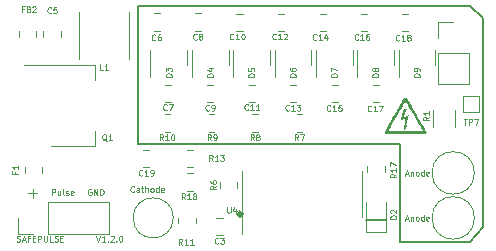
<source format=gto>
G04 #@! TF.GenerationSoftware,KiCad,Pcbnew,5.99.0-unknown-f7cc6d1e1e~106~ubuntu20.04.1*
G04 #@! TF.CreationDate,2021-04-14T19:56:09+09:00*
G04 #@! TF.ProjectId,OpenHVPS-5,4f70656e-4856-4505-932d-352e6b696361,V1.2.0*
G04 #@! TF.SameCoordinates,Original*
G04 #@! TF.FileFunction,Legend,Top*
G04 #@! TF.FilePolarity,Positive*
%FSLAX46Y46*%
G04 Gerber Fmt 4.6, Leading zero omitted, Abs format (unit mm)*
G04 Created by KiCad (PCBNEW 5.99.0-unknown-f7cc6d1e1e~106~ubuntu20.04.1) date 2021-04-14 19:56:09*
%MOMM*%
%LPD*%
G01*
G04 APERTURE LIST*
%ADD10C,0.325000*%
%ADD11C,0.150000*%
%ADD12C,0.075000*%
%ADD13C,0.100000*%
%ADD14C,0.120000*%
G04 APERTURE END LIST*
D10*
X146182500Y-75245000D02*
G75*
G03*
X146182500Y-75245000I-162500J0D01*
G01*
D11*
X137414000Y-69270000D02*
X159560000Y-69270000D01*
X158370000Y-75770000D02*
X156670000Y-75770000D01*
X159560000Y-69270000D02*
X159560000Y-77570000D01*
X159560000Y-77570000D02*
X165471000Y-77580787D01*
X137414000Y-69270000D02*
X137414000Y-57658000D01*
X166597000Y-76300000D02*
X165471000Y-77580787D01*
X166604000Y-58658000D02*
X166597000Y-76300000D01*
X165520000Y-57658000D02*
X137414000Y-57658000D01*
X165520000Y-57658000D02*
X166604000Y-58658000D01*
D12*
X127095809Y-77545380D02*
X127167238Y-77569190D01*
X127286285Y-77569190D01*
X127333904Y-77545380D01*
X127357714Y-77521571D01*
X127381523Y-77473952D01*
X127381523Y-77426333D01*
X127357714Y-77378714D01*
X127333904Y-77354904D01*
X127286285Y-77331095D01*
X127191047Y-77307285D01*
X127143428Y-77283476D01*
X127119619Y-77259666D01*
X127095809Y-77212047D01*
X127095809Y-77164428D01*
X127119619Y-77116809D01*
X127143428Y-77093000D01*
X127191047Y-77069190D01*
X127310095Y-77069190D01*
X127381523Y-77093000D01*
X127572000Y-77426333D02*
X127810095Y-77426333D01*
X127524380Y-77569190D02*
X127691047Y-77069190D01*
X127857714Y-77569190D01*
X128191047Y-77307285D02*
X128024380Y-77307285D01*
X128024380Y-77569190D02*
X128024380Y-77069190D01*
X128262476Y-77069190D01*
X128452952Y-77307285D02*
X128619619Y-77307285D01*
X128691047Y-77569190D02*
X128452952Y-77569190D01*
X128452952Y-77069190D01*
X128691047Y-77069190D01*
X128905333Y-77569190D02*
X128905333Y-77069190D01*
X129095809Y-77069190D01*
X129143428Y-77093000D01*
X129167238Y-77116809D01*
X129191047Y-77164428D01*
X129191047Y-77235857D01*
X129167238Y-77283476D01*
X129143428Y-77307285D01*
X129095809Y-77331095D01*
X128905333Y-77331095D01*
X129405333Y-77069190D02*
X129405333Y-77473952D01*
X129429142Y-77521571D01*
X129452952Y-77545380D01*
X129500571Y-77569190D01*
X129595809Y-77569190D01*
X129643428Y-77545380D01*
X129667238Y-77521571D01*
X129691047Y-77473952D01*
X129691047Y-77069190D01*
X130167238Y-77569190D02*
X129929142Y-77569190D01*
X129929142Y-77069190D01*
X130310095Y-77545380D02*
X130381523Y-77569190D01*
X130500571Y-77569190D01*
X130548190Y-77545380D01*
X130572000Y-77521571D01*
X130595809Y-77473952D01*
X130595809Y-77426333D01*
X130572000Y-77378714D01*
X130548190Y-77354904D01*
X130500571Y-77331095D01*
X130405333Y-77307285D01*
X130357714Y-77283476D01*
X130333904Y-77259666D01*
X130310095Y-77212047D01*
X130310095Y-77164428D01*
X130333904Y-77116809D01*
X130357714Y-77093000D01*
X130405333Y-77069190D01*
X130524380Y-77069190D01*
X130595809Y-77093000D01*
X130810095Y-77307285D02*
X130976761Y-77307285D01*
X131048190Y-77569190D02*
X130810095Y-77569190D01*
X130810095Y-77069190D01*
X131048190Y-77069190D01*
X133857714Y-77069190D02*
X134024380Y-77569190D01*
X134191047Y-77069190D01*
X134619619Y-77569190D02*
X134333904Y-77569190D01*
X134476761Y-77569190D02*
X134476761Y-77069190D01*
X134429142Y-77140619D01*
X134381523Y-77188238D01*
X134333904Y-77212047D01*
X134833904Y-77521571D02*
X134857714Y-77545380D01*
X134833904Y-77569190D01*
X134810095Y-77545380D01*
X134833904Y-77521571D01*
X134833904Y-77569190D01*
X135048190Y-77116809D02*
X135072000Y-77093000D01*
X135119619Y-77069190D01*
X135238666Y-77069190D01*
X135286285Y-77093000D01*
X135310095Y-77116809D01*
X135333904Y-77164428D01*
X135333904Y-77212047D01*
X135310095Y-77283476D01*
X135024380Y-77569190D01*
X135333904Y-77569190D01*
X135548190Y-77521571D02*
X135572000Y-77545380D01*
X135548190Y-77569190D01*
X135524380Y-77545380D01*
X135548190Y-77521571D01*
X135548190Y-77569190D01*
X135881523Y-77069190D02*
X135929142Y-77069190D01*
X135976761Y-77093000D01*
X136000571Y-77116809D01*
X136024380Y-77164428D01*
X136048190Y-77259666D01*
X136048190Y-77378714D01*
X136024380Y-77473952D01*
X136000571Y-77521571D01*
X135976761Y-77545380D01*
X135929142Y-77569190D01*
X135881523Y-77569190D01*
X135833904Y-77545380D01*
X135810095Y-77521571D01*
X135786285Y-77473952D01*
X135762476Y-77378714D01*
X135762476Y-77259666D01*
X135786285Y-77164428D01*
X135810095Y-77116809D01*
X135833904Y-77093000D01*
X135881523Y-77069190D01*
D13*
X128079047Y-73471428D02*
X128840952Y-73471428D01*
X128460000Y-73852380D02*
X128460000Y-73090476D01*
X130095238Y-73626190D02*
X130095238Y-73126190D01*
X130285714Y-73126190D01*
X130333333Y-73150000D01*
X130357142Y-73173809D01*
X130380952Y-73221428D01*
X130380952Y-73292857D01*
X130357142Y-73340476D01*
X130333333Y-73364285D01*
X130285714Y-73388095D01*
X130095238Y-73388095D01*
X130809523Y-73292857D02*
X130809523Y-73626190D01*
X130595238Y-73292857D02*
X130595238Y-73554761D01*
X130619047Y-73602380D01*
X130666666Y-73626190D01*
X130738095Y-73626190D01*
X130785714Y-73602380D01*
X130809523Y-73578571D01*
X131119047Y-73626190D02*
X131071428Y-73602380D01*
X131047619Y-73554761D01*
X131047619Y-73126190D01*
X131285714Y-73602380D02*
X131333333Y-73626190D01*
X131428571Y-73626190D01*
X131476190Y-73602380D01*
X131500000Y-73554761D01*
X131500000Y-73530952D01*
X131476190Y-73483333D01*
X131428571Y-73459523D01*
X131357142Y-73459523D01*
X131309523Y-73435714D01*
X131285714Y-73388095D01*
X131285714Y-73364285D01*
X131309523Y-73316666D01*
X131357142Y-73292857D01*
X131428571Y-73292857D01*
X131476190Y-73316666D01*
X131904761Y-73602380D02*
X131857142Y-73626190D01*
X131761904Y-73626190D01*
X131714285Y-73602380D01*
X131690476Y-73554761D01*
X131690476Y-73364285D01*
X131714285Y-73316666D01*
X131761904Y-73292857D01*
X131857142Y-73292857D01*
X131904761Y-73316666D01*
X131928571Y-73364285D01*
X131928571Y-73411904D01*
X131690476Y-73459523D01*
X133413047Y-73150000D02*
X133365428Y-73126190D01*
X133294000Y-73126190D01*
X133222571Y-73150000D01*
X133174952Y-73197619D01*
X133151142Y-73245238D01*
X133127333Y-73340476D01*
X133127333Y-73411904D01*
X133151142Y-73507142D01*
X133174952Y-73554761D01*
X133222571Y-73602380D01*
X133294000Y-73626190D01*
X133341619Y-73626190D01*
X133413047Y-73602380D01*
X133436857Y-73578571D01*
X133436857Y-73411904D01*
X133341619Y-73411904D01*
X133651142Y-73626190D02*
X133651142Y-73126190D01*
X133936857Y-73626190D01*
X133936857Y-73126190D01*
X134174952Y-73626190D02*
X134174952Y-73126190D01*
X134294000Y-73126190D01*
X134365428Y-73150000D01*
X134413047Y-73197619D01*
X134436857Y-73245238D01*
X134460666Y-73340476D01*
X134460666Y-73411904D01*
X134436857Y-73507142D01*
X134413047Y-73554761D01*
X134365428Y-73602380D01*
X134294000Y-73626190D01*
X134174952Y-73626190D01*
D12*
X146698571Y-66378571D02*
X146674761Y-66402380D01*
X146603333Y-66426190D01*
X146555714Y-66426190D01*
X146484285Y-66402380D01*
X146436666Y-66354761D01*
X146412857Y-66307142D01*
X146389047Y-66211904D01*
X146389047Y-66140476D01*
X146412857Y-66045238D01*
X146436666Y-65997619D01*
X146484285Y-65950000D01*
X146555714Y-65926190D01*
X146603333Y-65926190D01*
X146674761Y-65950000D01*
X146698571Y-65973809D01*
X147174761Y-66426190D02*
X146889047Y-66426190D01*
X147031904Y-66426190D02*
X147031904Y-65926190D01*
X146984285Y-65997619D01*
X146936666Y-66045238D01*
X146889047Y-66069047D01*
X147650952Y-66426190D02*
X147365238Y-66426190D01*
X147508095Y-66426190D02*
X147508095Y-65926190D01*
X147460476Y-65997619D01*
X147412857Y-66045238D01*
X147365238Y-66069047D01*
X126964285Y-71667666D02*
X126964285Y-71834333D01*
X127226190Y-71834333D02*
X126726190Y-71834333D01*
X126726190Y-71596238D01*
X127226190Y-71143857D02*
X127226190Y-71429571D01*
X127226190Y-71286714D02*
X126726190Y-71286714D01*
X126797619Y-71334333D01*
X126845238Y-71381952D01*
X126869047Y-71429571D01*
X143396666Y-66438571D02*
X143372857Y-66462380D01*
X143301428Y-66486190D01*
X143253809Y-66486190D01*
X143182380Y-66462380D01*
X143134761Y-66414761D01*
X143110952Y-66367142D01*
X143087142Y-66271904D01*
X143087142Y-66200476D01*
X143110952Y-66105238D01*
X143134761Y-66057619D01*
X143182380Y-66010000D01*
X143253809Y-65986190D01*
X143301428Y-65986190D01*
X143372857Y-66010000D01*
X143396666Y-66033809D01*
X143634761Y-66486190D02*
X143730000Y-66486190D01*
X143777619Y-66462380D01*
X143801428Y-66438571D01*
X143849047Y-66367142D01*
X143872857Y-66271904D01*
X143872857Y-66081428D01*
X143849047Y-66033809D01*
X143825238Y-66010000D01*
X143777619Y-65986190D01*
X143682380Y-65986190D01*
X143634761Y-66010000D01*
X143610952Y-66033809D01*
X143587142Y-66081428D01*
X143587142Y-66200476D01*
X143610952Y-66248095D01*
X143634761Y-66271904D01*
X143682380Y-66295714D01*
X143777619Y-66295714D01*
X143825238Y-66271904D01*
X143849047Y-66248095D01*
X143872857Y-66200476D01*
X160000095Y-71838333D02*
X160238190Y-71838333D01*
X159952476Y-71981190D02*
X160119142Y-71481190D01*
X160285809Y-71981190D01*
X160452476Y-71647857D02*
X160452476Y-71981190D01*
X160452476Y-71695476D02*
X160476285Y-71671666D01*
X160523904Y-71647857D01*
X160595333Y-71647857D01*
X160642952Y-71671666D01*
X160666761Y-71719285D01*
X160666761Y-71981190D01*
X160976285Y-71981190D02*
X160928666Y-71957380D01*
X160904857Y-71933571D01*
X160881047Y-71885952D01*
X160881047Y-71743095D01*
X160904857Y-71695476D01*
X160928666Y-71671666D01*
X160976285Y-71647857D01*
X161047714Y-71647857D01*
X161095333Y-71671666D01*
X161119142Y-71695476D01*
X161142952Y-71743095D01*
X161142952Y-71885952D01*
X161119142Y-71933571D01*
X161095333Y-71957380D01*
X161047714Y-71981190D01*
X160976285Y-71981190D01*
X161571523Y-71981190D02*
X161571523Y-71481190D01*
X161571523Y-71957380D02*
X161523904Y-71981190D01*
X161428666Y-71981190D01*
X161381047Y-71957380D01*
X161357238Y-71933571D01*
X161333428Y-71885952D01*
X161333428Y-71743095D01*
X161357238Y-71695476D01*
X161381047Y-71671666D01*
X161428666Y-71647857D01*
X161523904Y-71647857D01*
X161571523Y-71671666D01*
X162000095Y-71957380D02*
X161952476Y-71981190D01*
X161857238Y-71981190D01*
X161809619Y-71957380D01*
X161785809Y-71909761D01*
X161785809Y-71719285D01*
X161809619Y-71671666D01*
X161857238Y-71647857D01*
X161952476Y-71647857D01*
X162000095Y-71671666D01*
X162023904Y-71719285D01*
X162023904Y-71766904D01*
X161785809Y-71814523D01*
X160000095Y-75648333D02*
X160238190Y-75648333D01*
X159952476Y-75791190D02*
X160119142Y-75291190D01*
X160285809Y-75791190D01*
X160452476Y-75457857D02*
X160452476Y-75791190D01*
X160452476Y-75505476D02*
X160476285Y-75481666D01*
X160523904Y-75457857D01*
X160595333Y-75457857D01*
X160642952Y-75481666D01*
X160666761Y-75529285D01*
X160666761Y-75791190D01*
X160976285Y-75791190D02*
X160928666Y-75767380D01*
X160904857Y-75743571D01*
X160881047Y-75695952D01*
X160881047Y-75553095D01*
X160904857Y-75505476D01*
X160928666Y-75481666D01*
X160976285Y-75457857D01*
X161047714Y-75457857D01*
X161095333Y-75481666D01*
X161119142Y-75505476D01*
X161142952Y-75553095D01*
X161142952Y-75695952D01*
X161119142Y-75743571D01*
X161095333Y-75767380D01*
X161047714Y-75791190D01*
X160976285Y-75791190D01*
X161571523Y-75791190D02*
X161571523Y-75291190D01*
X161571523Y-75767380D02*
X161523904Y-75791190D01*
X161428666Y-75791190D01*
X161381047Y-75767380D01*
X161357238Y-75743571D01*
X161333428Y-75695952D01*
X161333428Y-75553095D01*
X161357238Y-75505476D01*
X161381047Y-75481666D01*
X161428666Y-75457857D01*
X161523904Y-75457857D01*
X161571523Y-75481666D01*
X162000095Y-75767380D02*
X161952476Y-75791190D01*
X161857238Y-75791190D01*
X161809619Y-75767380D01*
X161785809Y-75719761D01*
X161785809Y-75529285D01*
X161809619Y-75481666D01*
X161857238Y-75457857D01*
X161952476Y-75457857D01*
X162000095Y-75481666D01*
X162023904Y-75529285D01*
X162023904Y-75576904D01*
X161785809Y-75624523D01*
X157726190Y-63619047D02*
X157226190Y-63619047D01*
X157226190Y-63500000D01*
X157250000Y-63428571D01*
X157297619Y-63380952D01*
X157345238Y-63357142D01*
X157440476Y-63333333D01*
X157511904Y-63333333D01*
X157607142Y-63357142D01*
X157654761Y-63380952D01*
X157702380Y-63428571D01*
X157726190Y-63500000D01*
X157726190Y-63619047D01*
X157440476Y-63047619D02*
X157416666Y-63095238D01*
X157392857Y-63119047D01*
X157345238Y-63142857D01*
X157321428Y-63142857D01*
X157273809Y-63119047D01*
X157250000Y-63095238D01*
X157226190Y-63047619D01*
X157226190Y-62952380D01*
X157250000Y-62904761D01*
X157273809Y-62880952D01*
X157321428Y-62857142D01*
X157345238Y-62857142D01*
X157392857Y-62880952D01*
X157416666Y-62904761D01*
X157440476Y-62952380D01*
X157440476Y-63047619D01*
X157464285Y-63095238D01*
X157488095Y-63119047D01*
X157535714Y-63142857D01*
X157630952Y-63142857D01*
X157678571Y-63119047D01*
X157702380Y-63095238D01*
X157726190Y-63047619D01*
X157726190Y-62952380D01*
X157702380Y-62904761D01*
X157678571Y-62880952D01*
X157630952Y-62857142D01*
X157535714Y-62857142D01*
X157488095Y-62880952D01*
X157464285Y-62904761D01*
X157440476Y-62952380D01*
X143726190Y-63619047D02*
X143226190Y-63619047D01*
X143226190Y-63500000D01*
X143250000Y-63428571D01*
X143297619Y-63380952D01*
X143345238Y-63357142D01*
X143440476Y-63333333D01*
X143511904Y-63333333D01*
X143607142Y-63357142D01*
X143654761Y-63380952D01*
X143702380Y-63428571D01*
X143726190Y-63500000D01*
X143726190Y-63619047D01*
X143392857Y-62904761D02*
X143726190Y-62904761D01*
X143202380Y-63023809D02*
X143559523Y-63142857D01*
X143559523Y-62833333D01*
X149048571Y-60408571D02*
X149024761Y-60432380D01*
X148953333Y-60456190D01*
X148905714Y-60456190D01*
X148834285Y-60432380D01*
X148786666Y-60384761D01*
X148762857Y-60337142D01*
X148739047Y-60241904D01*
X148739047Y-60170476D01*
X148762857Y-60075238D01*
X148786666Y-60027619D01*
X148834285Y-59980000D01*
X148905714Y-59956190D01*
X148953333Y-59956190D01*
X149024761Y-59980000D01*
X149048571Y-60003809D01*
X149524761Y-60456190D02*
X149239047Y-60456190D01*
X149381904Y-60456190D02*
X149381904Y-59956190D01*
X149334285Y-60027619D01*
X149286666Y-60075238D01*
X149239047Y-60099047D01*
X149715238Y-60003809D02*
X149739047Y-59980000D01*
X149786666Y-59956190D01*
X149905714Y-59956190D01*
X149953333Y-59980000D01*
X149977142Y-60003809D01*
X150000952Y-60051428D01*
X150000952Y-60099047D01*
X149977142Y-60170476D01*
X149691428Y-60456190D01*
X150000952Y-60456190D01*
X150168571Y-66438571D02*
X150144761Y-66462380D01*
X150073333Y-66486190D01*
X150025714Y-66486190D01*
X149954285Y-66462380D01*
X149906666Y-66414761D01*
X149882857Y-66367142D01*
X149859047Y-66271904D01*
X149859047Y-66200476D01*
X149882857Y-66105238D01*
X149906666Y-66057619D01*
X149954285Y-66010000D01*
X150025714Y-65986190D01*
X150073333Y-65986190D01*
X150144761Y-66010000D01*
X150168571Y-66033809D01*
X150644761Y-66486190D02*
X150359047Y-66486190D01*
X150501904Y-66486190D02*
X150501904Y-65986190D01*
X150454285Y-66057619D01*
X150406666Y-66105238D01*
X150359047Y-66129047D01*
X150811428Y-65986190D02*
X151120952Y-65986190D01*
X150954285Y-66176666D01*
X151025714Y-66176666D01*
X151073333Y-66200476D01*
X151097142Y-66224285D01*
X151120952Y-66271904D01*
X151120952Y-66390952D01*
X151097142Y-66438571D01*
X151073333Y-66462380D01*
X151025714Y-66486190D01*
X150882857Y-66486190D01*
X150835238Y-66462380D01*
X150811428Y-66438571D01*
X159246190Y-71841428D02*
X159008095Y-72008095D01*
X159246190Y-72127142D02*
X158746190Y-72127142D01*
X158746190Y-71936666D01*
X158770000Y-71889047D01*
X158793809Y-71865238D01*
X158841428Y-71841428D01*
X158912857Y-71841428D01*
X158960476Y-71865238D01*
X158984285Y-71889047D01*
X159008095Y-71936666D01*
X159008095Y-72127142D01*
X159246190Y-71365238D02*
X159246190Y-71650952D01*
X159246190Y-71508095D02*
X158746190Y-71508095D01*
X158817619Y-71555714D01*
X158865238Y-71603333D01*
X158889047Y-71650952D01*
X158746190Y-71198571D02*
X158746190Y-70865238D01*
X159246190Y-71079523D01*
X145448571Y-60408571D02*
X145424761Y-60432380D01*
X145353333Y-60456190D01*
X145305714Y-60456190D01*
X145234285Y-60432380D01*
X145186666Y-60384761D01*
X145162857Y-60337142D01*
X145139047Y-60241904D01*
X145139047Y-60170476D01*
X145162857Y-60075238D01*
X145186666Y-60027619D01*
X145234285Y-59980000D01*
X145305714Y-59956190D01*
X145353333Y-59956190D01*
X145424761Y-59980000D01*
X145448571Y-60003809D01*
X145924761Y-60456190D02*
X145639047Y-60456190D01*
X145781904Y-60456190D02*
X145781904Y-59956190D01*
X145734285Y-60027619D01*
X145686666Y-60075238D01*
X145639047Y-60099047D01*
X146234285Y-59956190D02*
X146281904Y-59956190D01*
X146329523Y-59980000D01*
X146353333Y-60003809D01*
X146377142Y-60051428D01*
X146400952Y-60146666D01*
X146400952Y-60265714D01*
X146377142Y-60360952D01*
X146353333Y-60408571D01*
X146329523Y-60432380D01*
X146281904Y-60456190D01*
X146234285Y-60456190D01*
X146186666Y-60432380D01*
X146162857Y-60408571D01*
X146139047Y-60360952D01*
X146115238Y-60265714D01*
X146115238Y-60146666D01*
X146139047Y-60051428D01*
X146162857Y-60003809D01*
X146186666Y-59980000D01*
X146234285Y-59956190D01*
X140226190Y-63619047D02*
X139726190Y-63619047D01*
X139726190Y-63500000D01*
X139750000Y-63428571D01*
X139797619Y-63380952D01*
X139845238Y-63357142D01*
X139940476Y-63333333D01*
X140011904Y-63333333D01*
X140107142Y-63357142D01*
X140154761Y-63380952D01*
X140202380Y-63428571D01*
X140226190Y-63500000D01*
X140226190Y-63619047D01*
X139726190Y-63166666D02*
X139726190Y-62857142D01*
X139916666Y-63023809D01*
X139916666Y-62952380D01*
X139940476Y-62904761D01*
X139964285Y-62880952D01*
X140011904Y-62857142D01*
X140130952Y-62857142D01*
X140178571Y-62880952D01*
X140202380Y-62904761D01*
X140226190Y-62952380D01*
X140226190Y-63095238D01*
X140202380Y-63142857D01*
X140178571Y-63166666D01*
X147186666Y-68996190D02*
X147020000Y-68758095D01*
X146900952Y-68996190D02*
X146900952Y-68496190D01*
X147091428Y-68496190D01*
X147139047Y-68520000D01*
X147162857Y-68543809D01*
X147186666Y-68591428D01*
X147186666Y-68662857D01*
X147162857Y-68710476D01*
X147139047Y-68734285D01*
X147091428Y-68758095D01*
X146900952Y-68758095D01*
X147472380Y-68710476D02*
X147424761Y-68686666D01*
X147400952Y-68662857D01*
X147377142Y-68615238D01*
X147377142Y-68591428D01*
X147400952Y-68543809D01*
X147424761Y-68520000D01*
X147472380Y-68496190D01*
X147567619Y-68496190D01*
X147615238Y-68520000D01*
X147639047Y-68543809D01*
X147662857Y-68591428D01*
X147662857Y-68615238D01*
X147639047Y-68662857D01*
X147615238Y-68686666D01*
X147567619Y-68710476D01*
X147472380Y-68710476D01*
X147424761Y-68734285D01*
X147400952Y-68758095D01*
X147377142Y-68805714D01*
X147377142Y-68900952D01*
X147400952Y-68948571D01*
X147424761Y-68972380D01*
X147472380Y-68996190D01*
X147567619Y-68996190D01*
X147615238Y-68972380D01*
X147639047Y-68948571D01*
X147662857Y-68900952D01*
X147662857Y-68805714D01*
X147639047Y-68758095D01*
X147615238Y-68734285D01*
X147567619Y-68710476D01*
X127693333Y-57904285D02*
X127526666Y-57904285D01*
X127526666Y-58166190D02*
X127526666Y-57666190D01*
X127764761Y-57666190D01*
X128121904Y-57904285D02*
X128193333Y-57928095D01*
X128217142Y-57951904D01*
X128240952Y-57999523D01*
X128240952Y-58070952D01*
X128217142Y-58118571D01*
X128193333Y-58142380D01*
X128145714Y-58166190D01*
X127955238Y-58166190D01*
X127955238Y-57666190D01*
X128121904Y-57666190D01*
X128169523Y-57690000D01*
X128193333Y-57713809D01*
X128217142Y-57761428D01*
X128217142Y-57809047D01*
X128193333Y-57856666D01*
X128169523Y-57880476D01*
X128121904Y-57904285D01*
X127955238Y-57904285D01*
X128431428Y-57713809D02*
X128455238Y-57690000D01*
X128502857Y-57666190D01*
X128621904Y-57666190D01*
X128669523Y-57690000D01*
X128693333Y-57713809D01*
X128717142Y-57761428D01*
X128717142Y-57809047D01*
X128693333Y-57880476D01*
X128407619Y-58166190D01*
X128717142Y-58166190D01*
X150936666Y-68996190D02*
X150770000Y-68758095D01*
X150650952Y-68996190D02*
X150650952Y-68496190D01*
X150841428Y-68496190D01*
X150889047Y-68520000D01*
X150912857Y-68543809D01*
X150936666Y-68591428D01*
X150936666Y-68662857D01*
X150912857Y-68710476D01*
X150889047Y-68734285D01*
X150841428Y-68758095D01*
X150650952Y-68758095D01*
X151103333Y-68496190D02*
X151436666Y-68496190D01*
X151222380Y-68996190D01*
X143996190Y-72853333D02*
X143758095Y-73020000D01*
X143996190Y-73139047D02*
X143496190Y-73139047D01*
X143496190Y-72948571D01*
X143520000Y-72900952D01*
X143543809Y-72877142D01*
X143591428Y-72853333D01*
X143662857Y-72853333D01*
X143710476Y-72877142D01*
X143734285Y-72900952D01*
X143758095Y-72948571D01*
X143758095Y-73139047D01*
X143496190Y-72424761D02*
X143496190Y-72520000D01*
X143520000Y-72567619D01*
X143543809Y-72591428D01*
X143615238Y-72639047D01*
X143710476Y-72662857D01*
X143900952Y-72662857D01*
X143948571Y-72639047D01*
X143972380Y-72615238D01*
X143996190Y-72567619D01*
X143996190Y-72472380D01*
X143972380Y-72424761D01*
X143948571Y-72400952D01*
X143900952Y-72377142D01*
X143781904Y-72377142D01*
X143734285Y-72400952D01*
X143710476Y-72424761D01*
X143686666Y-72472380D01*
X143686666Y-72567619D01*
X143710476Y-72615238D01*
X143734285Y-72639047D01*
X143781904Y-72662857D01*
X153658571Y-66458571D02*
X153634761Y-66482380D01*
X153563333Y-66506190D01*
X153515714Y-66506190D01*
X153444285Y-66482380D01*
X153396666Y-66434761D01*
X153372857Y-66387142D01*
X153349047Y-66291904D01*
X153349047Y-66220476D01*
X153372857Y-66125238D01*
X153396666Y-66077619D01*
X153444285Y-66030000D01*
X153515714Y-66006190D01*
X153563333Y-66006190D01*
X153634761Y-66030000D01*
X153658571Y-66053809D01*
X154134761Y-66506190D02*
X153849047Y-66506190D01*
X153991904Y-66506190D02*
X153991904Y-66006190D01*
X153944285Y-66077619D01*
X153896666Y-66125238D01*
X153849047Y-66149047D01*
X154587142Y-66006190D02*
X154349047Y-66006190D01*
X154325238Y-66244285D01*
X154349047Y-66220476D01*
X154396666Y-66196666D01*
X154515714Y-66196666D01*
X154563333Y-66220476D01*
X154587142Y-66244285D01*
X154610952Y-66291904D01*
X154610952Y-66410952D01*
X154587142Y-66458571D01*
X154563333Y-66482380D01*
X154515714Y-66506190D01*
X154396666Y-66506190D01*
X154349047Y-66482380D01*
X154325238Y-66458571D01*
X150726190Y-63619047D02*
X150226190Y-63619047D01*
X150226190Y-63500000D01*
X150250000Y-63428571D01*
X150297619Y-63380952D01*
X150345238Y-63357142D01*
X150440476Y-63333333D01*
X150511904Y-63333333D01*
X150607142Y-63357142D01*
X150654761Y-63380952D01*
X150702380Y-63428571D01*
X150726190Y-63500000D01*
X150726190Y-63619047D01*
X150226190Y-62904761D02*
X150226190Y-63000000D01*
X150250000Y-63047619D01*
X150273809Y-63071428D01*
X150345238Y-63119047D01*
X150440476Y-63142857D01*
X150630952Y-63142857D01*
X150678571Y-63119047D01*
X150702380Y-63095238D01*
X150726190Y-63047619D01*
X150726190Y-62952380D01*
X150702380Y-62904761D01*
X150678571Y-62880952D01*
X150630952Y-62857142D01*
X150511904Y-62857142D01*
X150464285Y-62880952D01*
X150440476Y-62904761D01*
X150416666Y-62952380D01*
X150416666Y-63047619D01*
X150440476Y-63095238D01*
X150464285Y-63119047D01*
X150511904Y-63142857D01*
X137044857Y-73330571D02*
X137021047Y-73354380D01*
X136949619Y-73378190D01*
X136902000Y-73378190D01*
X136830571Y-73354380D01*
X136782952Y-73306761D01*
X136759142Y-73259142D01*
X136735333Y-73163904D01*
X136735333Y-73092476D01*
X136759142Y-72997238D01*
X136782952Y-72949619D01*
X136830571Y-72902000D01*
X136902000Y-72878190D01*
X136949619Y-72878190D01*
X137021047Y-72902000D01*
X137044857Y-72925809D01*
X137473428Y-73378190D02*
X137473428Y-73116285D01*
X137449619Y-73068666D01*
X137402000Y-73044857D01*
X137306761Y-73044857D01*
X137259142Y-73068666D01*
X137473428Y-73354380D02*
X137425809Y-73378190D01*
X137306761Y-73378190D01*
X137259142Y-73354380D01*
X137235333Y-73306761D01*
X137235333Y-73259142D01*
X137259142Y-73211523D01*
X137306761Y-73187714D01*
X137425809Y-73187714D01*
X137473428Y-73163904D01*
X137640095Y-73044857D02*
X137830571Y-73044857D01*
X137711523Y-72878190D02*
X137711523Y-73306761D01*
X137735333Y-73354380D01*
X137782952Y-73378190D01*
X137830571Y-73378190D01*
X137997238Y-73378190D02*
X137997238Y-72878190D01*
X138211523Y-73378190D02*
X138211523Y-73116285D01*
X138187714Y-73068666D01*
X138140095Y-73044857D01*
X138068666Y-73044857D01*
X138021047Y-73068666D01*
X137997238Y-73092476D01*
X138521047Y-73378190D02*
X138473428Y-73354380D01*
X138449619Y-73330571D01*
X138425809Y-73282952D01*
X138425809Y-73140095D01*
X138449619Y-73092476D01*
X138473428Y-73068666D01*
X138521047Y-73044857D01*
X138592476Y-73044857D01*
X138640095Y-73068666D01*
X138663904Y-73092476D01*
X138687714Y-73140095D01*
X138687714Y-73282952D01*
X138663904Y-73330571D01*
X138640095Y-73354380D01*
X138592476Y-73378190D01*
X138521047Y-73378190D01*
X139116285Y-73378190D02*
X139116285Y-72878190D01*
X139116285Y-73354380D02*
X139068666Y-73378190D01*
X138973428Y-73378190D01*
X138925809Y-73354380D01*
X138902000Y-73330571D01*
X138878190Y-73282952D01*
X138878190Y-73140095D01*
X138902000Y-73092476D01*
X138925809Y-73068666D01*
X138973428Y-73044857D01*
X139068666Y-73044857D01*
X139116285Y-73068666D01*
X139544857Y-73354380D02*
X139497238Y-73378190D01*
X139402000Y-73378190D01*
X139354380Y-73354380D01*
X139330571Y-73306761D01*
X139330571Y-73116285D01*
X139354380Y-73068666D01*
X139402000Y-73044857D01*
X139497238Y-73044857D01*
X139544857Y-73068666D01*
X139568666Y-73116285D01*
X139568666Y-73163904D01*
X139330571Y-73211523D01*
X154226190Y-63619047D02*
X153726190Y-63619047D01*
X153726190Y-63500000D01*
X153750000Y-63428571D01*
X153797619Y-63380952D01*
X153845238Y-63357142D01*
X153940476Y-63333333D01*
X154011904Y-63333333D01*
X154107142Y-63357142D01*
X154154761Y-63380952D01*
X154202380Y-63428571D01*
X154226190Y-63500000D01*
X154226190Y-63619047D01*
X153726190Y-63166666D02*
X153726190Y-62833333D01*
X154226190Y-63047619D01*
X138846666Y-60488571D02*
X138822857Y-60512380D01*
X138751428Y-60536190D01*
X138703809Y-60536190D01*
X138632380Y-60512380D01*
X138584761Y-60464761D01*
X138560952Y-60417142D01*
X138537142Y-60321904D01*
X138537142Y-60250476D01*
X138560952Y-60155238D01*
X138584761Y-60107619D01*
X138632380Y-60060000D01*
X138703809Y-60036190D01*
X138751428Y-60036190D01*
X138822857Y-60060000D01*
X138846666Y-60083809D01*
X139275238Y-60036190D02*
X139180000Y-60036190D01*
X139132380Y-60060000D01*
X139108571Y-60083809D01*
X139060952Y-60155238D01*
X139037142Y-60250476D01*
X139037142Y-60440952D01*
X139060952Y-60488571D01*
X139084761Y-60512380D01*
X139132380Y-60536190D01*
X139227619Y-60536190D01*
X139275238Y-60512380D01*
X139299047Y-60488571D01*
X139322857Y-60440952D01*
X139322857Y-60321904D01*
X139299047Y-60274285D01*
X139275238Y-60250476D01*
X139227619Y-60226666D01*
X139132380Y-60226666D01*
X139084761Y-60250476D01*
X139060952Y-60274285D01*
X139037142Y-60321904D01*
X130016666Y-58178571D02*
X129992857Y-58202380D01*
X129921428Y-58226190D01*
X129873809Y-58226190D01*
X129802380Y-58202380D01*
X129754761Y-58154761D01*
X129730952Y-58107142D01*
X129707142Y-58011904D01*
X129707142Y-57940476D01*
X129730952Y-57845238D01*
X129754761Y-57797619D01*
X129802380Y-57750000D01*
X129873809Y-57726190D01*
X129921428Y-57726190D01*
X129992857Y-57750000D01*
X130016666Y-57773809D01*
X130469047Y-57726190D02*
X130230952Y-57726190D01*
X130207142Y-57964285D01*
X130230952Y-57940476D01*
X130278571Y-57916666D01*
X130397619Y-57916666D01*
X130445238Y-57940476D01*
X130469047Y-57964285D01*
X130492857Y-58011904D01*
X130492857Y-58130952D01*
X130469047Y-58178571D01*
X130445238Y-58202380D01*
X130397619Y-58226190D01*
X130278571Y-58226190D01*
X130230952Y-58202380D01*
X130207142Y-58178571D01*
X162024190Y-67012333D02*
X161786095Y-67179000D01*
X162024190Y-67298047D02*
X161524190Y-67298047D01*
X161524190Y-67107571D01*
X161548000Y-67059952D01*
X161571809Y-67036142D01*
X161619428Y-67012333D01*
X161690857Y-67012333D01*
X161738476Y-67036142D01*
X161762285Y-67059952D01*
X161786095Y-67107571D01*
X161786095Y-67298047D01*
X162024190Y-66536142D02*
X162024190Y-66821857D01*
X162024190Y-66679000D02*
X161524190Y-66679000D01*
X161595619Y-66726619D01*
X161643238Y-66774238D01*
X161667047Y-66821857D01*
X157138571Y-66508571D02*
X157114761Y-66532380D01*
X157043333Y-66556190D01*
X156995714Y-66556190D01*
X156924285Y-66532380D01*
X156876666Y-66484761D01*
X156852857Y-66437142D01*
X156829047Y-66341904D01*
X156829047Y-66270476D01*
X156852857Y-66175238D01*
X156876666Y-66127619D01*
X156924285Y-66080000D01*
X156995714Y-66056190D01*
X157043333Y-66056190D01*
X157114761Y-66080000D01*
X157138571Y-66103809D01*
X157614761Y-66556190D02*
X157329047Y-66556190D01*
X157471904Y-66556190D02*
X157471904Y-66056190D01*
X157424285Y-66127619D01*
X157376666Y-66175238D01*
X157329047Y-66199047D01*
X157781428Y-66056190D02*
X158114761Y-66056190D01*
X157900476Y-66556190D01*
X141360571Y-73996190D02*
X141193904Y-73758095D01*
X141074857Y-73996190D02*
X141074857Y-73496190D01*
X141265333Y-73496190D01*
X141312952Y-73520000D01*
X141336761Y-73543809D01*
X141360571Y-73591428D01*
X141360571Y-73662857D01*
X141336761Y-73710476D01*
X141312952Y-73734285D01*
X141265333Y-73758095D01*
X141074857Y-73758095D01*
X141836761Y-73996190D02*
X141551047Y-73996190D01*
X141693904Y-73996190D02*
X141693904Y-73496190D01*
X141646285Y-73567619D01*
X141598666Y-73615238D01*
X141551047Y-73639047D01*
X142122476Y-73710476D02*
X142074857Y-73686666D01*
X142051047Y-73662857D01*
X142027238Y-73615238D01*
X142027238Y-73591428D01*
X142051047Y-73543809D01*
X142074857Y-73520000D01*
X142122476Y-73496190D01*
X142217714Y-73496190D01*
X142265333Y-73520000D01*
X142289142Y-73543809D01*
X142312952Y-73591428D01*
X142312952Y-73615238D01*
X142289142Y-73662857D01*
X142265333Y-73686666D01*
X142217714Y-73710476D01*
X142122476Y-73710476D01*
X142074857Y-73734285D01*
X142051047Y-73758095D01*
X142027238Y-73805714D01*
X142027238Y-73900952D01*
X142051047Y-73948571D01*
X142074857Y-73972380D01*
X142122476Y-73996190D01*
X142217714Y-73996190D01*
X142265333Y-73972380D01*
X142289142Y-73948571D01*
X142312952Y-73900952D01*
X142312952Y-73805714D01*
X142289142Y-73758095D01*
X142265333Y-73734285D01*
X142217714Y-73710476D01*
X139806666Y-66388571D02*
X139782857Y-66412380D01*
X139711428Y-66436190D01*
X139663809Y-66436190D01*
X139592380Y-66412380D01*
X139544761Y-66364761D01*
X139520952Y-66317142D01*
X139497142Y-66221904D01*
X139497142Y-66150476D01*
X139520952Y-66055238D01*
X139544761Y-66007619D01*
X139592380Y-65960000D01*
X139663809Y-65936190D01*
X139711428Y-65936190D01*
X139782857Y-65960000D01*
X139806666Y-65983809D01*
X139973333Y-65936190D02*
X140306666Y-65936190D01*
X140092380Y-66436190D01*
X152488571Y-60448571D02*
X152464761Y-60472380D01*
X152393333Y-60496190D01*
X152345714Y-60496190D01*
X152274285Y-60472380D01*
X152226666Y-60424761D01*
X152202857Y-60377142D01*
X152179047Y-60281904D01*
X152179047Y-60210476D01*
X152202857Y-60115238D01*
X152226666Y-60067619D01*
X152274285Y-60020000D01*
X152345714Y-59996190D01*
X152393333Y-59996190D01*
X152464761Y-60020000D01*
X152488571Y-60043809D01*
X152964761Y-60496190D02*
X152679047Y-60496190D01*
X152821904Y-60496190D02*
X152821904Y-59996190D01*
X152774285Y-60067619D01*
X152726666Y-60115238D01*
X152679047Y-60139047D01*
X153393333Y-60162857D02*
X153393333Y-60496190D01*
X153274285Y-59972380D02*
X153155238Y-60329523D01*
X153464761Y-60329523D01*
X134416666Y-63076190D02*
X134178571Y-63076190D01*
X134178571Y-62576190D01*
X134845238Y-63076190D02*
X134559523Y-63076190D01*
X134702380Y-63076190D02*
X134702380Y-62576190D01*
X134654761Y-62647619D01*
X134607142Y-62695238D01*
X134559523Y-62719047D01*
X141132571Y-77823190D02*
X140965904Y-77585095D01*
X140846857Y-77823190D02*
X140846857Y-77323190D01*
X141037333Y-77323190D01*
X141084952Y-77347000D01*
X141108761Y-77370809D01*
X141132571Y-77418428D01*
X141132571Y-77489857D01*
X141108761Y-77537476D01*
X141084952Y-77561285D01*
X141037333Y-77585095D01*
X140846857Y-77585095D01*
X141608761Y-77823190D02*
X141323047Y-77823190D01*
X141465904Y-77823190D02*
X141465904Y-77323190D01*
X141418285Y-77394619D01*
X141370666Y-77442238D01*
X141323047Y-77466047D01*
X142084952Y-77823190D02*
X141799238Y-77823190D01*
X141942095Y-77823190D02*
X141942095Y-77323190D01*
X141894476Y-77394619D01*
X141846857Y-77442238D01*
X141799238Y-77466047D01*
X139505571Y-68996190D02*
X139338904Y-68758095D01*
X139219857Y-68996190D02*
X139219857Y-68496190D01*
X139410333Y-68496190D01*
X139457952Y-68520000D01*
X139481761Y-68543809D01*
X139505571Y-68591428D01*
X139505571Y-68662857D01*
X139481761Y-68710476D01*
X139457952Y-68734285D01*
X139410333Y-68758095D01*
X139219857Y-68758095D01*
X139981761Y-68996190D02*
X139696047Y-68996190D01*
X139838904Y-68996190D02*
X139838904Y-68496190D01*
X139791285Y-68567619D01*
X139743666Y-68615238D01*
X139696047Y-68639047D01*
X140291285Y-68496190D02*
X140338904Y-68496190D01*
X140386523Y-68520000D01*
X140410333Y-68543809D01*
X140434142Y-68591428D01*
X140457952Y-68686666D01*
X140457952Y-68805714D01*
X140434142Y-68900952D01*
X140410333Y-68948571D01*
X140386523Y-68972380D01*
X140338904Y-68996190D01*
X140291285Y-68996190D01*
X140243666Y-68972380D01*
X140219857Y-68948571D01*
X140196047Y-68900952D01*
X140172238Y-68805714D01*
X140172238Y-68686666D01*
X140196047Y-68591428D01*
X140219857Y-68543809D01*
X140243666Y-68520000D01*
X140291285Y-68496190D01*
X159498571Y-60518571D02*
X159474761Y-60542380D01*
X159403333Y-60566190D01*
X159355714Y-60566190D01*
X159284285Y-60542380D01*
X159236666Y-60494761D01*
X159212857Y-60447142D01*
X159189047Y-60351904D01*
X159189047Y-60280476D01*
X159212857Y-60185238D01*
X159236666Y-60137619D01*
X159284285Y-60090000D01*
X159355714Y-60066190D01*
X159403333Y-60066190D01*
X159474761Y-60090000D01*
X159498571Y-60113809D01*
X159974761Y-60566190D02*
X159689047Y-60566190D01*
X159831904Y-60566190D02*
X159831904Y-60066190D01*
X159784285Y-60137619D01*
X159736666Y-60185238D01*
X159689047Y-60209047D01*
X160260476Y-60280476D02*
X160212857Y-60256666D01*
X160189047Y-60232857D01*
X160165238Y-60185238D01*
X160165238Y-60161428D01*
X160189047Y-60113809D01*
X160212857Y-60090000D01*
X160260476Y-60066190D01*
X160355714Y-60066190D01*
X160403333Y-60090000D01*
X160427142Y-60113809D01*
X160450952Y-60161428D01*
X160450952Y-60185238D01*
X160427142Y-60232857D01*
X160403333Y-60256666D01*
X160355714Y-60280476D01*
X160260476Y-60280476D01*
X160212857Y-60304285D01*
X160189047Y-60328095D01*
X160165238Y-60375714D01*
X160165238Y-60470952D01*
X160189047Y-60518571D01*
X160212857Y-60542380D01*
X160260476Y-60566190D01*
X160355714Y-60566190D01*
X160403333Y-60542380D01*
X160427142Y-60518571D01*
X160450952Y-60470952D01*
X160450952Y-60375714D01*
X160427142Y-60328095D01*
X160403333Y-60304285D01*
X160355714Y-60280476D01*
X143553666Y-68996190D02*
X143387000Y-68758095D01*
X143267952Y-68996190D02*
X143267952Y-68496190D01*
X143458428Y-68496190D01*
X143506047Y-68520000D01*
X143529857Y-68543809D01*
X143553666Y-68591428D01*
X143553666Y-68662857D01*
X143529857Y-68710476D01*
X143506047Y-68734285D01*
X143458428Y-68758095D01*
X143267952Y-68758095D01*
X143791761Y-68996190D02*
X143887000Y-68996190D01*
X143934619Y-68972380D01*
X143958428Y-68948571D01*
X144006047Y-68877142D01*
X144029857Y-68781904D01*
X144029857Y-68591428D01*
X144006047Y-68543809D01*
X143982238Y-68520000D01*
X143934619Y-68496190D01*
X143839380Y-68496190D01*
X143791761Y-68520000D01*
X143767952Y-68543809D01*
X143744142Y-68591428D01*
X143744142Y-68710476D01*
X143767952Y-68758095D01*
X143791761Y-68781904D01*
X143839380Y-68805714D01*
X143934619Y-68805714D01*
X143982238Y-68781904D01*
X144006047Y-68758095D01*
X144029857Y-68710476D01*
X143698571Y-70746190D02*
X143531904Y-70508095D01*
X143412857Y-70746190D02*
X143412857Y-70246190D01*
X143603333Y-70246190D01*
X143650952Y-70270000D01*
X143674761Y-70293809D01*
X143698571Y-70341428D01*
X143698571Y-70412857D01*
X143674761Y-70460476D01*
X143650952Y-70484285D01*
X143603333Y-70508095D01*
X143412857Y-70508095D01*
X144174761Y-70746190D02*
X143889047Y-70746190D01*
X144031904Y-70746190D02*
X144031904Y-70246190D01*
X143984285Y-70317619D01*
X143936666Y-70365238D01*
X143889047Y-70389047D01*
X144341428Y-70246190D02*
X144650952Y-70246190D01*
X144484285Y-70436666D01*
X144555714Y-70436666D01*
X144603333Y-70460476D01*
X144627142Y-70484285D01*
X144650952Y-70531904D01*
X144650952Y-70650952D01*
X144627142Y-70698571D01*
X144603333Y-70722380D01*
X144555714Y-70746190D01*
X144412857Y-70746190D01*
X144365238Y-70722380D01*
X144341428Y-70698571D01*
X156018571Y-60448571D02*
X155994761Y-60472380D01*
X155923333Y-60496190D01*
X155875714Y-60496190D01*
X155804285Y-60472380D01*
X155756666Y-60424761D01*
X155732857Y-60377142D01*
X155709047Y-60281904D01*
X155709047Y-60210476D01*
X155732857Y-60115238D01*
X155756666Y-60067619D01*
X155804285Y-60020000D01*
X155875714Y-59996190D01*
X155923333Y-59996190D01*
X155994761Y-60020000D01*
X156018571Y-60043809D01*
X156494761Y-60496190D02*
X156209047Y-60496190D01*
X156351904Y-60496190D02*
X156351904Y-59996190D01*
X156304285Y-60067619D01*
X156256666Y-60115238D01*
X156209047Y-60139047D01*
X156923333Y-59996190D02*
X156828095Y-59996190D01*
X156780476Y-60020000D01*
X156756666Y-60043809D01*
X156709047Y-60115238D01*
X156685238Y-60210476D01*
X156685238Y-60400952D01*
X156709047Y-60448571D01*
X156732857Y-60472380D01*
X156780476Y-60496190D01*
X156875714Y-60496190D01*
X156923333Y-60472380D01*
X156947142Y-60448571D01*
X156970952Y-60400952D01*
X156970952Y-60281904D01*
X156947142Y-60234285D01*
X156923333Y-60210476D01*
X156875714Y-60186666D01*
X156780476Y-60186666D01*
X156732857Y-60210476D01*
X156709047Y-60234285D01*
X156685238Y-60281904D01*
X144919047Y-74626190D02*
X144919047Y-75030952D01*
X144942857Y-75078571D01*
X144966666Y-75102380D01*
X145014285Y-75126190D01*
X145109523Y-75126190D01*
X145157142Y-75102380D01*
X145180952Y-75078571D01*
X145204761Y-75030952D01*
X145204761Y-74626190D01*
X145657142Y-74792857D02*
X145657142Y-75126190D01*
X145538095Y-74602380D02*
X145419047Y-74959523D01*
X145728571Y-74959523D01*
X134722380Y-69043809D02*
X134674761Y-69020000D01*
X134627142Y-68972380D01*
X134555714Y-68900952D01*
X134508095Y-68877142D01*
X134460476Y-68877142D01*
X134484285Y-68996190D02*
X134436666Y-68972380D01*
X134389047Y-68924761D01*
X134365238Y-68829523D01*
X134365238Y-68662857D01*
X134389047Y-68567619D01*
X134436666Y-68520000D01*
X134484285Y-68496190D01*
X134579523Y-68496190D01*
X134627142Y-68520000D01*
X134674761Y-68567619D01*
X134698571Y-68662857D01*
X134698571Y-68829523D01*
X134674761Y-68924761D01*
X134627142Y-68972380D01*
X134579523Y-68996190D01*
X134484285Y-68996190D01*
X135174761Y-68996190D02*
X134889047Y-68996190D01*
X135031904Y-68996190D02*
X135031904Y-68496190D01*
X134984285Y-68567619D01*
X134936666Y-68615238D01*
X134889047Y-68639047D01*
X161226190Y-63619047D02*
X160726190Y-63619047D01*
X160726190Y-63500000D01*
X160750000Y-63428571D01*
X160797619Y-63380952D01*
X160845238Y-63357142D01*
X160940476Y-63333333D01*
X161011904Y-63333333D01*
X161107142Y-63357142D01*
X161154761Y-63380952D01*
X161202380Y-63428571D01*
X161226190Y-63500000D01*
X161226190Y-63619047D01*
X161226190Y-63095238D02*
X161226190Y-63000000D01*
X161202380Y-62952380D01*
X161178571Y-62928571D01*
X161107142Y-62880952D01*
X161011904Y-62857142D01*
X160821428Y-62857142D01*
X160773809Y-62880952D01*
X160750000Y-62904761D01*
X160726190Y-62952380D01*
X160726190Y-63047619D01*
X160750000Y-63095238D01*
X160773809Y-63119047D01*
X160821428Y-63142857D01*
X160940476Y-63142857D01*
X160988095Y-63119047D01*
X161011904Y-63095238D01*
X161035714Y-63047619D01*
X161035714Y-62952380D01*
X161011904Y-62904761D01*
X160988095Y-62880952D01*
X160940476Y-62857142D01*
X159246190Y-75639047D02*
X158746190Y-75639047D01*
X158746190Y-75520000D01*
X158770000Y-75448571D01*
X158817619Y-75400952D01*
X158865238Y-75377142D01*
X158960476Y-75353333D01*
X159031904Y-75353333D01*
X159127142Y-75377142D01*
X159174761Y-75400952D01*
X159222380Y-75448571D01*
X159246190Y-75520000D01*
X159246190Y-75639047D01*
X158793809Y-75162857D02*
X158770000Y-75139047D01*
X158746190Y-75091428D01*
X158746190Y-74972380D01*
X158770000Y-74924761D01*
X158793809Y-74900952D01*
X158841428Y-74877142D01*
X158889047Y-74877142D01*
X158960476Y-74900952D01*
X159246190Y-75186666D01*
X159246190Y-74877142D01*
X164953047Y-67163190D02*
X165238761Y-67163190D01*
X165095904Y-67663190D02*
X165095904Y-67163190D01*
X165405428Y-67663190D02*
X165405428Y-67163190D01*
X165595904Y-67163190D01*
X165643523Y-67187000D01*
X165667333Y-67210809D01*
X165691142Y-67258428D01*
X165691142Y-67329857D01*
X165667333Y-67377476D01*
X165643523Y-67401285D01*
X165595904Y-67425095D01*
X165405428Y-67425095D01*
X165857809Y-67163190D02*
X166191142Y-67163190D01*
X165976857Y-67663190D01*
X137748571Y-71948571D02*
X137724761Y-71972380D01*
X137653333Y-71996190D01*
X137605714Y-71996190D01*
X137534285Y-71972380D01*
X137486666Y-71924761D01*
X137462857Y-71877142D01*
X137439047Y-71781904D01*
X137439047Y-71710476D01*
X137462857Y-71615238D01*
X137486666Y-71567619D01*
X137534285Y-71520000D01*
X137605714Y-71496190D01*
X137653333Y-71496190D01*
X137724761Y-71520000D01*
X137748571Y-71543809D01*
X138224761Y-71996190D02*
X137939047Y-71996190D01*
X138081904Y-71996190D02*
X138081904Y-71496190D01*
X138034285Y-71567619D01*
X137986666Y-71615238D01*
X137939047Y-71639047D01*
X138462857Y-71996190D02*
X138558095Y-71996190D01*
X138605714Y-71972380D01*
X138629523Y-71948571D01*
X138677142Y-71877142D01*
X138700952Y-71781904D01*
X138700952Y-71591428D01*
X138677142Y-71543809D01*
X138653333Y-71520000D01*
X138605714Y-71496190D01*
X138510476Y-71496190D01*
X138462857Y-71520000D01*
X138439047Y-71543809D01*
X138415238Y-71591428D01*
X138415238Y-71710476D01*
X138439047Y-71758095D01*
X138462857Y-71781904D01*
X138510476Y-71805714D01*
X138605714Y-71805714D01*
X138653333Y-71781904D01*
X138677142Y-71758095D01*
X138700952Y-71710476D01*
X142356666Y-60428571D02*
X142332857Y-60452380D01*
X142261428Y-60476190D01*
X142213809Y-60476190D01*
X142142380Y-60452380D01*
X142094761Y-60404761D01*
X142070952Y-60357142D01*
X142047142Y-60261904D01*
X142047142Y-60190476D01*
X142070952Y-60095238D01*
X142094761Y-60047619D01*
X142142380Y-60000000D01*
X142213809Y-59976190D01*
X142261428Y-59976190D01*
X142332857Y-60000000D01*
X142356666Y-60023809D01*
X142642380Y-60190476D02*
X142594761Y-60166666D01*
X142570952Y-60142857D01*
X142547142Y-60095238D01*
X142547142Y-60071428D01*
X142570952Y-60023809D01*
X142594761Y-60000000D01*
X142642380Y-59976190D01*
X142737619Y-59976190D01*
X142785238Y-60000000D01*
X142809047Y-60023809D01*
X142832857Y-60071428D01*
X142832857Y-60095238D01*
X142809047Y-60142857D01*
X142785238Y-60166666D01*
X142737619Y-60190476D01*
X142642380Y-60190476D01*
X142594761Y-60214285D01*
X142570952Y-60238095D01*
X142547142Y-60285714D01*
X142547142Y-60380952D01*
X142570952Y-60428571D01*
X142594761Y-60452380D01*
X142642380Y-60476190D01*
X142737619Y-60476190D01*
X142785238Y-60452380D01*
X142809047Y-60428571D01*
X142832857Y-60380952D01*
X142832857Y-60285714D01*
X142809047Y-60238095D01*
X142785238Y-60214285D01*
X142737619Y-60190476D01*
X147226190Y-63619047D02*
X146726190Y-63619047D01*
X146726190Y-63500000D01*
X146750000Y-63428571D01*
X146797619Y-63380952D01*
X146845238Y-63357142D01*
X146940476Y-63333333D01*
X147011904Y-63333333D01*
X147107142Y-63357142D01*
X147154761Y-63380952D01*
X147202380Y-63428571D01*
X147226190Y-63500000D01*
X147226190Y-63619047D01*
X146726190Y-62880952D02*
X146726190Y-63119047D01*
X146964285Y-63142857D01*
X146940476Y-63119047D01*
X146916666Y-63071428D01*
X146916666Y-62952380D01*
X146940476Y-62904761D01*
X146964285Y-62880952D01*
X147011904Y-62857142D01*
X147130952Y-62857142D01*
X147178571Y-62880952D01*
X147202380Y-62904761D01*
X147226190Y-62952380D01*
X147226190Y-63071428D01*
X147202380Y-63119047D01*
X147178571Y-63142857D01*
X144186666Y-77698571D02*
X144162857Y-77722380D01*
X144091428Y-77746190D01*
X144043809Y-77746190D01*
X143972380Y-77722380D01*
X143924761Y-77674761D01*
X143900952Y-77627142D01*
X143877142Y-77531904D01*
X143877142Y-77460476D01*
X143900952Y-77365238D01*
X143924761Y-77317619D01*
X143972380Y-77270000D01*
X144043809Y-77246190D01*
X144091428Y-77246190D01*
X144162857Y-77270000D01*
X144186666Y-77293809D01*
X144353333Y-77246190D02*
X144662857Y-77246190D01*
X144496190Y-77436666D01*
X144567619Y-77436666D01*
X144615238Y-77460476D01*
X144639047Y-77484285D01*
X144662857Y-77531904D01*
X144662857Y-77650952D01*
X144639047Y-77698571D01*
X144615238Y-77722380D01*
X144567619Y-77746190D01*
X144424761Y-77746190D01*
X144377142Y-77722380D01*
X144353333Y-77698571D01*
D14*
X146738748Y-65785000D02*
X147261252Y-65785000D01*
X146738748Y-64315000D02*
X147261252Y-64315000D01*
X129235000Y-71728064D02*
X129235000Y-71273936D01*
X127765000Y-71728064D02*
X127765000Y-71273936D01*
X162730000Y-61595000D02*
X162730000Y-64195000D01*
X162730000Y-61595000D02*
X165390000Y-61595000D01*
X162730000Y-58995000D02*
X164060000Y-58995000D01*
X162730000Y-64195000D02*
X165390000Y-64195000D01*
X162730000Y-60325000D02*
X162730000Y-58995000D01*
X165390000Y-61595000D02*
X165390000Y-64195000D01*
X143218748Y-64315000D02*
X143741252Y-64315000D01*
X143218748Y-65785000D02*
X143741252Y-65785000D01*
X165860000Y-71755000D02*
G75*
G03*
X165860000Y-71755000I-1800000J0D01*
G01*
X165860000Y-75565000D02*
G75*
G03*
X165860000Y-75565000I-1800000J0D01*
G01*
X159060000Y-62000000D02*
X159060000Y-61350000D01*
X155940000Y-62000000D02*
X155940000Y-63675000D01*
X159060000Y-62000000D02*
X159060000Y-62650000D01*
X155940000Y-62000000D02*
X155940000Y-61350000D01*
X141940000Y-62000000D02*
X141940000Y-63675000D01*
X145060000Y-62000000D02*
X145060000Y-61350000D01*
X141940000Y-62000000D02*
X141940000Y-61350000D01*
X145060000Y-62000000D02*
X145060000Y-62650000D01*
X149218748Y-59735000D02*
X149741252Y-59735000D01*
X149218748Y-58265000D02*
X149741252Y-58265000D01*
X150248748Y-65785000D02*
X150771252Y-65785000D01*
X150248748Y-64315000D02*
X150771252Y-64315000D01*
X158255000Y-71205436D02*
X158255000Y-71659564D01*
X156785000Y-71205436D02*
X156785000Y-71659564D01*
X145708748Y-58275000D02*
X146231252Y-58275000D01*
X145708748Y-59745000D02*
X146231252Y-59745000D01*
X138394000Y-61976000D02*
X138394000Y-63651000D01*
X141514000Y-61976000D02*
X141514000Y-61326000D01*
X141514000Y-61976000D02*
X141514000Y-62626000D01*
X138394000Y-61976000D02*
X138394000Y-61326000D01*
X147497064Y-66785000D02*
X147042936Y-66785000D01*
X147497064Y-68255000D02*
X147042936Y-68255000D01*
X128755000Y-60227064D02*
X128755000Y-59772936D01*
X127285000Y-60227064D02*
X127285000Y-59772936D01*
X151247064Y-68255000D02*
X150792936Y-68255000D01*
X151247064Y-66785000D02*
X150792936Y-66785000D01*
X145755000Y-72542936D02*
X145755000Y-72997064D01*
X144285000Y-72542936D02*
X144285000Y-72997064D01*
X153768748Y-65785000D02*
X154291252Y-65785000D01*
X153768748Y-64315000D02*
X154291252Y-64315000D01*
X148940000Y-62000000D02*
X148940000Y-61350000D01*
X152060000Y-62000000D02*
X152060000Y-61350000D01*
X148940000Y-62000000D02*
X148940000Y-63675000D01*
X152060000Y-62000000D02*
X152060000Y-62650000D01*
X140360000Y-75565000D02*
G75*
G03*
X140360000Y-75565000I-1700000J0D01*
G01*
X155560000Y-62000000D02*
X155560000Y-61350000D01*
X155560000Y-62000000D02*
X155560000Y-62650000D01*
X152440000Y-62000000D02*
X152440000Y-61350000D01*
X152440000Y-62000000D02*
X152440000Y-63675000D01*
X138718748Y-58255000D02*
X139241252Y-58255000D01*
X138718748Y-59725000D02*
X139241252Y-59725000D01*
X129365000Y-59738748D02*
X129365000Y-60261252D01*
X130835000Y-59738748D02*
X130835000Y-60261252D01*
X129770000Y-76895000D02*
X129770000Y-74235000D01*
X129770000Y-76895000D02*
X134910000Y-76895000D01*
X129770000Y-74235000D02*
X134910000Y-74235000D01*
X127170000Y-76895000D02*
X127170000Y-75565000D01*
X134910000Y-76895000D02*
X134910000Y-74235000D01*
X128500000Y-76895000D02*
X127170000Y-76895000D01*
G36*
X158354008Y-68107981D02*
G01*
X158418465Y-67985190D01*
X158495031Y-67845078D01*
X158542273Y-67760910D01*
X158641984Y-67584889D01*
X158755844Y-67383887D01*
X158875200Y-67173177D01*
X158991401Y-66968035D01*
X159095794Y-66783735D01*
X159111786Y-66755503D01*
X159193331Y-66611567D01*
X159269700Y-66476823D01*
X159337174Y-66357828D01*
X159392034Y-66261140D01*
X159430562Y-66193316D01*
X159446342Y-66165612D01*
X159475428Y-66114485D01*
X159521151Y-66033815D01*
X159577423Y-65934359D01*
X159638152Y-65826873D01*
X159642813Y-65818618D01*
X159704233Y-65711645D01*
X159762815Y-65612863D01*
X159812217Y-65532759D01*
X159846098Y-65481820D01*
X159847960Y-65479304D01*
X159922055Y-65412165D01*
X160008073Y-65387764D01*
X160099526Y-65407762D01*
X160108994Y-65412410D01*
X160125812Y-65421067D01*
X160141065Y-65430376D01*
X160156880Y-65443742D01*
X160175388Y-65464576D01*
X160198715Y-65496283D01*
X160228991Y-65542273D01*
X160268343Y-65605954D01*
X160318900Y-65690733D01*
X160382791Y-65800018D01*
X160462143Y-65937218D01*
X160559086Y-66105740D01*
X160675747Y-66308992D01*
X160752752Y-66443208D01*
X160866014Y-66640539D01*
X160990071Y-66856567D01*
X161118313Y-67079788D01*
X161244130Y-67298699D01*
X161360912Y-67501797D01*
X161462049Y-67677579D01*
X161472342Y-67695460D01*
X161559194Y-67848331D01*
X161636974Y-67989103D01*
X161702830Y-68112314D01*
X161753907Y-68212502D01*
X161787350Y-68284204D01*
X161800305Y-68321958D01*
X161800371Y-68323271D01*
X161785864Y-68384043D01*
X161756160Y-68435864D01*
X161711949Y-68490476D01*
X160316133Y-68492178D01*
X160055908Y-68492265D01*
X159801432Y-68491914D01*
X159557891Y-68491159D01*
X159330472Y-68490035D01*
X159124363Y-68488579D01*
X158944748Y-68486827D01*
X158796817Y-68484812D01*
X158685754Y-68482572D01*
X158626292Y-68480612D01*
X158502378Y-68474249D01*
X158416405Y-68467305D01*
X158360053Y-68458274D01*
X158325007Y-68445649D01*
X158302948Y-68427927D01*
X158297382Y-68421077D01*
X158269222Y-68360622D01*
X158261763Y-68316101D01*
X158272810Y-68279071D01*
X158292454Y-68234916D01*
X158561756Y-68234916D01*
X158584241Y-68237123D01*
X158649105Y-68239208D01*
X158752463Y-68241137D01*
X158890426Y-68242877D01*
X159059110Y-68244394D01*
X159254626Y-68245655D01*
X159473089Y-68246626D01*
X159710613Y-68247274D01*
X159963309Y-68247566D01*
X160030699Y-68247579D01*
X160286690Y-68247418D01*
X160528513Y-68246952D01*
X160752281Y-68246210D01*
X160954109Y-68245219D01*
X161130109Y-68244008D01*
X161276395Y-68242604D01*
X161389081Y-68241035D01*
X161464280Y-68239329D01*
X161498105Y-68237515D01*
X161499643Y-68237031D01*
X161488785Y-68213122D01*
X161460541Y-68161515D01*
X161427259Y-68104016D01*
X161402166Y-68060963D01*
X161356469Y-67981929D01*
X161292563Y-67871077D01*
X161212842Y-67732572D01*
X161119700Y-67570577D01*
X161015533Y-67389255D01*
X160902735Y-67192772D01*
X160783700Y-66985290D01*
X160718259Y-66871168D01*
X160575769Y-66622625D01*
X160454548Y-66411211D01*
X160352832Y-66233929D01*
X160268855Y-66087785D01*
X160200851Y-65969781D01*
X160147057Y-65876924D01*
X160105706Y-65806216D01*
X160075033Y-65754662D01*
X160053274Y-65719267D01*
X160038662Y-65697035D01*
X160029434Y-65684969D01*
X160023823Y-65680075D01*
X160020065Y-65679357D01*
X160016394Y-65679819D01*
X160016272Y-65679820D01*
X160001653Y-65699180D01*
X159967164Y-65754073D01*
X159915631Y-65839717D01*
X159849882Y-65951329D01*
X159772746Y-66084128D01*
X159687051Y-66233330D01*
X159636665Y-66321760D01*
X159457132Y-66637958D01*
X159290996Y-66931015D01*
X159139261Y-67199141D01*
X159002934Y-67440547D01*
X158883018Y-67653445D01*
X158780519Y-67836045D01*
X158696442Y-67986559D01*
X158631793Y-68103197D01*
X158587576Y-68184172D01*
X158564796Y-68227693D01*
X158561756Y-68234916D01*
X158292454Y-68234916D01*
X158304508Y-68207820D01*
X158354008Y-68107981D01*
G37*
G36*
X160121073Y-66391159D02*
G01*
X160092020Y-66458589D01*
X160053680Y-66547809D01*
X160019168Y-66628272D01*
X159974405Y-66731584D01*
X159925546Y-66842620D01*
X159893431Y-66914512D01*
X159862793Y-66987041D01*
X159843198Y-67042552D01*
X159838878Y-67067526D01*
X159860338Y-67063844D01*
X159913325Y-67040723D01*
X159989453Y-67002123D01*
X160065379Y-66960507D01*
X160154382Y-66911989D01*
X160227186Y-66875647D01*
X160275453Y-66855426D01*
X160290944Y-66853814D01*
X160287077Y-66880591D01*
X160272870Y-66944910D01*
X160250044Y-67039648D01*
X160220322Y-67157680D01*
X160185426Y-67291884D01*
X160181082Y-67308322D01*
X160145353Y-67444414D01*
X160114105Y-67565559D01*
X160089161Y-67664517D01*
X160072342Y-67734050D01*
X160065469Y-67766918D01*
X160065399Y-67767976D01*
X160079445Y-67774348D01*
X160100657Y-67761323D01*
X160137455Y-67738158D01*
X160148487Y-67749335D01*
X160134678Y-67791408D01*
X160096951Y-67860926D01*
X160057226Y-67923441D01*
X160007063Y-67997263D01*
X159966803Y-68053502D01*
X159942949Y-68083189D01*
X159939623Y-68085649D01*
X159930396Y-68064978D01*
X159916420Y-68011377D01*
X159903967Y-67952634D01*
X159881609Y-67837517D01*
X159867403Y-67761091D01*
X159860755Y-67716617D01*
X159861069Y-67697356D01*
X159867752Y-67696568D01*
X159880208Y-67707513D01*
X159882524Y-67709738D01*
X159915800Y-67734520D01*
X159927929Y-67738654D01*
X159936911Y-67717354D01*
X159949226Y-67660296D01*
X159963472Y-67577749D01*
X159978247Y-67479977D01*
X159992149Y-67377247D01*
X160003775Y-67279825D01*
X160011724Y-67197977D01*
X160014593Y-67141971D01*
X160012093Y-67122446D01*
X159987428Y-67127201D01*
X159932703Y-67151388D01*
X159857472Y-67190538D01*
X159813175Y-67215468D01*
X159708719Y-67273896D01*
X159638620Y-67308073D01*
X159598640Y-67319262D01*
X159584542Y-67308723D01*
X159590450Y-67281778D01*
X159603537Y-67241767D01*
X159624764Y-67170112D01*
X159650307Y-67079859D01*
X159660002Y-67044665D01*
X159689190Y-66938297D01*
X159725509Y-66806508D01*
X159763677Y-66668449D01*
X159789249Y-66576222D01*
X159864738Y-66304410D01*
X160158552Y-66304410D01*
X160121073Y-66391159D01*
G37*
X164208000Y-66455936D02*
X164208000Y-67910064D01*
X162388000Y-66455936D02*
X162388000Y-67910064D01*
X157268748Y-65785000D02*
X157791252Y-65785000D01*
X157268748Y-64315000D02*
X157791252Y-64315000D01*
X141997064Y-71785000D02*
X141542936Y-71785000D01*
X141997064Y-73255000D02*
X141542936Y-73255000D01*
X139668748Y-64275000D02*
X140191252Y-64275000D01*
X139668748Y-65745000D02*
X140191252Y-65745000D01*
X152748748Y-58275000D02*
X153271252Y-58275000D01*
X152748748Y-59745000D02*
X153271252Y-59745000D01*
X132400000Y-58100000D02*
X132400000Y-62100000D01*
X136600000Y-58100000D02*
X136600000Y-62100000D01*
X140785000Y-75997064D02*
X140785000Y-75542936D01*
X142255000Y-75997064D02*
X142255000Y-75542936D01*
X139630936Y-66785000D02*
X140085064Y-66785000D01*
X139630936Y-68255000D02*
X140085064Y-68255000D01*
X159708748Y-59735000D02*
X160231252Y-59735000D01*
X159708748Y-58265000D02*
X160231252Y-58265000D01*
X143835064Y-68255000D02*
X143380936Y-68255000D01*
X143835064Y-66785000D02*
X143380936Y-66785000D01*
X141997064Y-71255000D02*
X141542936Y-71255000D01*
X141997064Y-69785000D02*
X141542936Y-69785000D01*
X156228748Y-59735000D02*
X156751252Y-59735000D01*
X156228748Y-58265000D02*
X156751252Y-58265000D01*
X156330000Y-73520000D02*
X156330000Y-75470000D01*
X156330000Y-73520000D02*
X156330000Y-71570000D01*
X146210000Y-73520000D02*
X146210000Y-76970000D01*
X146210000Y-73520000D02*
X146210000Y-71570000D01*
X127726000Y-62630000D02*
X133736000Y-62630000D01*
X129976000Y-69450000D02*
X133736000Y-69450000D01*
X133736000Y-69450000D02*
X133736000Y-68190000D01*
X133736000Y-62630000D02*
X133736000Y-63890000D01*
X162560000Y-62000000D02*
X162560000Y-61350000D01*
X159440000Y-62000000D02*
X159440000Y-61350000D01*
X159440000Y-62000000D02*
X159440000Y-63675000D01*
X162560000Y-62000000D02*
X162560000Y-62650000D01*
X158370000Y-76770000D02*
X158370000Y-74220000D01*
X156670000Y-76770000D02*
X156670000Y-74220000D01*
X156670000Y-76770000D02*
X158370000Y-76770000D01*
X166284000Y-66613000D02*
X164884000Y-66613000D01*
X166284000Y-65213000D02*
X166284000Y-66613000D01*
X164884000Y-66613000D02*
X164884000Y-65213000D01*
X164884000Y-65213000D02*
X166284000Y-65213000D01*
X138331252Y-71255000D02*
X137808748Y-71255000D01*
X138331252Y-69785000D02*
X137808748Y-69785000D01*
X142218748Y-58255000D02*
X142741252Y-58255000D01*
X142218748Y-59725000D02*
X142741252Y-59725000D01*
X145440000Y-62000000D02*
X145440000Y-63675000D01*
X148560000Y-62000000D02*
X148560000Y-62650000D01*
X148560000Y-62000000D02*
X148560000Y-61350000D01*
X145440000Y-62000000D02*
X145440000Y-61350000D01*
X144008748Y-77005000D02*
X144531252Y-77005000D01*
X144008748Y-75535000D02*
X144531252Y-75535000D01*
M02*

</source>
